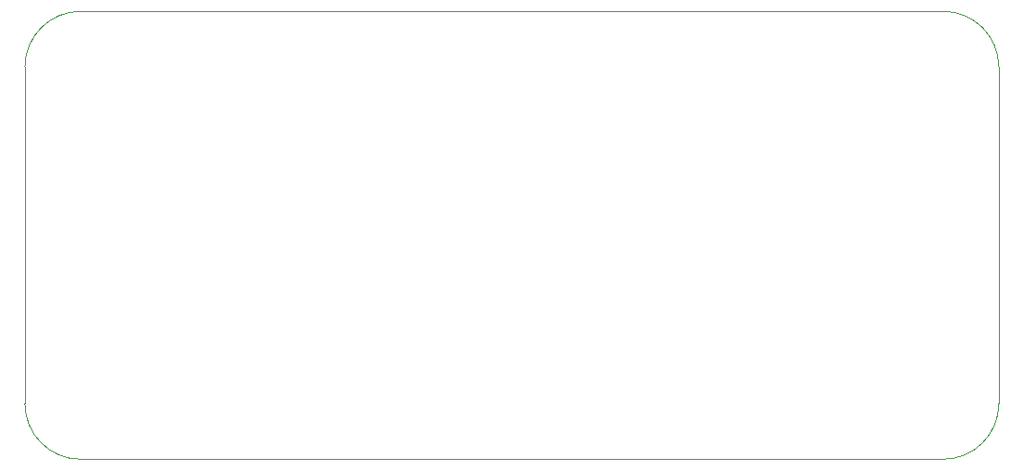
<source format=gm1>
G04 #@! TF.GenerationSoftware,KiCad,Pcbnew,6.0.10-86aedd382b~118~ubuntu22.04.1*
G04 #@! TF.CreationDate,2023-01-22T17:09:23-08:00*
G04 #@! TF.ProjectId,ch348_octo_serial_minim_plate,63683334-385f-46f6-9374-6f5f73657269,rev?*
G04 #@! TF.SameCoordinates,Original*
G04 #@! TF.FileFunction,Profile,NP*
%FSLAX46Y46*%
G04 Gerber Fmt 4.6, Leading zero omitted, Abs format (unit mm)*
G04 Created by KiCad (PCBNEW 6.0.10-86aedd382b~118~ubuntu22.04.1) date 2023-01-22 17:09:23*
%MOMM*%
%LPD*%
G01*
G04 APERTURE LIST*
G04 #@! TA.AperFunction,Profile*
%ADD10C,0.100000*%
G04 #@! TD*
G04 APERTURE END LIST*
D10*
X68580000Y-99190000D02*
X68580000Y-68450000D01*
X73660000Y-104270000D02*
X152400000Y-104270000D01*
X157480000Y-68450000D02*
G75*
G03*
X152400000Y-63370000I-5080000J0D01*
G01*
X73660000Y-63370000D02*
G75*
G03*
X68580000Y-68450000I0J-5080000D01*
G01*
X152400000Y-63370000D02*
X73660000Y-63370000D01*
X157480000Y-68450000D02*
X157480000Y-99190000D01*
X152400000Y-104270000D02*
G75*
G03*
X157480000Y-99190000I0J5080000D01*
G01*
X68580000Y-99190000D02*
G75*
G03*
X73660000Y-104270000I5080000J0D01*
G01*
M02*

</source>
